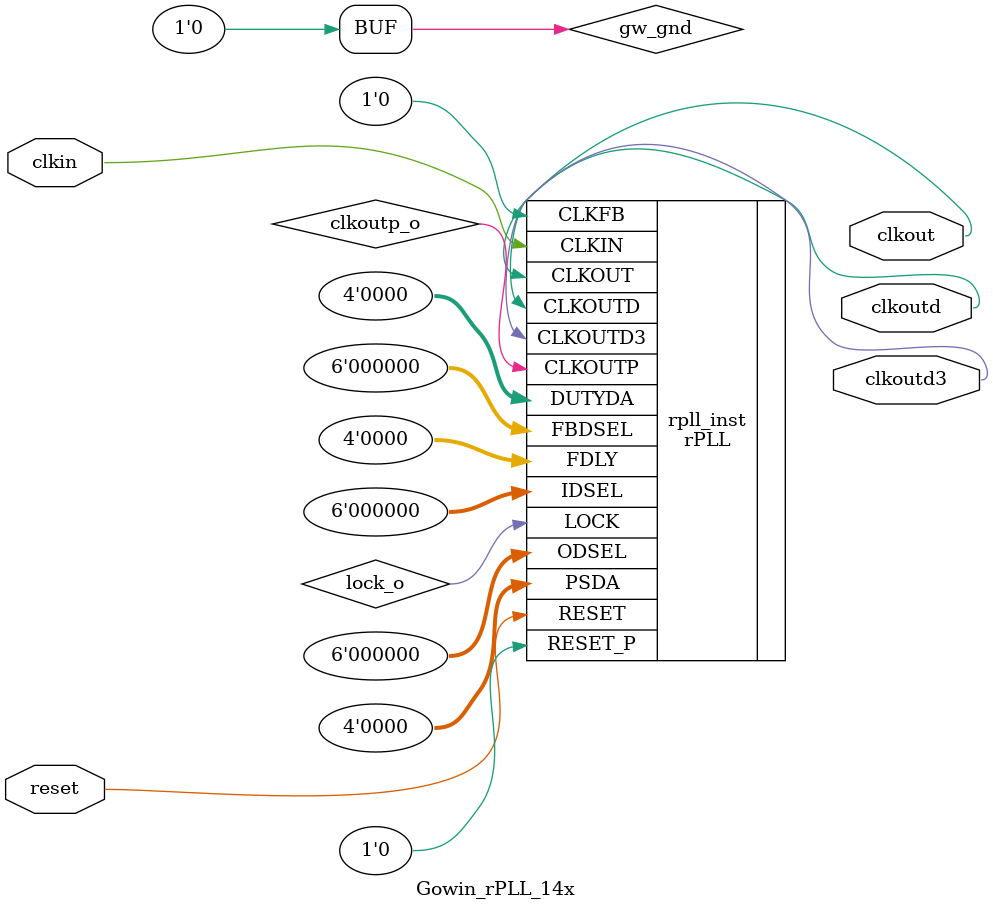
<source format=v>

module Gowin_rPLL_14x (clkout, clkoutd, clkoutd3, reset, clkin);

output clkout;
output clkoutd;
output clkoutd3;
input reset;
input clkin;

wire lock_o;
wire clkoutp_o;
wire gw_gnd;

assign gw_gnd = 1'b0;

rPLL rpll_inst (
    .CLKOUT(clkout),
    .LOCK(lock_o),
    .CLKOUTP(clkoutp_o),
    .CLKOUTD(clkoutd),
    .CLKOUTD3(clkoutd3),
    .RESET(reset),
    .RESET_P(gw_gnd),
    .CLKIN(clkin),
    .CLKFB(gw_gnd),
    .FBDSEL({gw_gnd,gw_gnd,gw_gnd,gw_gnd,gw_gnd,gw_gnd}),
    .IDSEL({gw_gnd,gw_gnd,gw_gnd,gw_gnd,gw_gnd,gw_gnd}),
    .ODSEL({gw_gnd,gw_gnd,gw_gnd,gw_gnd,gw_gnd,gw_gnd}),
    .PSDA({gw_gnd,gw_gnd,gw_gnd,gw_gnd}),
    .DUTYDA({gw_gnd,gw_gnd,gw_gnd,gw_gnd}),
    .FDLY({gw_gnd,gw_gnd,gw_gnd,gw_gnd})
);

defparam rpll_inst.FCLKIN = "7.09";
defparam rpll_inst.DYN_IDIV_SEL = "false";
defparam rpll_inst.IDIV_SEL = 0;
defparam rpll_inst.DYN_FBDIV_SEL = "false";
defparam rpll_inst.FBDIV_SEL = 13;
defparam rpll_inst.DYN_ODIV_SEL = "false";
defparam rpll_inst.ODIV_SEL = 8;
defparam rpll_inst.PSDA_SEL = "0000";
defparam rpll_inst.DYN_DA_EN = "true";
defparam rpll_inst.DUTYDA_SEL = "1000";
defparam rpll_inst.CLKOUT_FT_DIR = 1'b1;
defparam rpll_inst.CLKOUTP_FT_DIR = 1'b1;
defparam rpll_inst.CLKOUT_DLY_STEP = 0;
defparam rpll_inst.CLKOUTP_DLY_STEP = 0;
defparam rpll_inst.CLKFB_SEL = "internal";
defparam rpll_inst.CLKOUT_BYPASS = "false";
defparam rpll_inst.CLKOUTP_BYPASS = "false";
defparam rpll_inst.CLKOUTD_BYPASS = "false";
defparam rpll_inst.DYN_SDIV_SEL = 2;
defparam rpll_inst.CLKOUTD_SRC = "CLKOUT";
defparam rpll_inst.CLKOUTD3_SRC = "CLKOUT";
defparam rpll_inst.DEVICE = "GW1N-9C";

endmodule //Gowin_rPLL_14x

</source>
